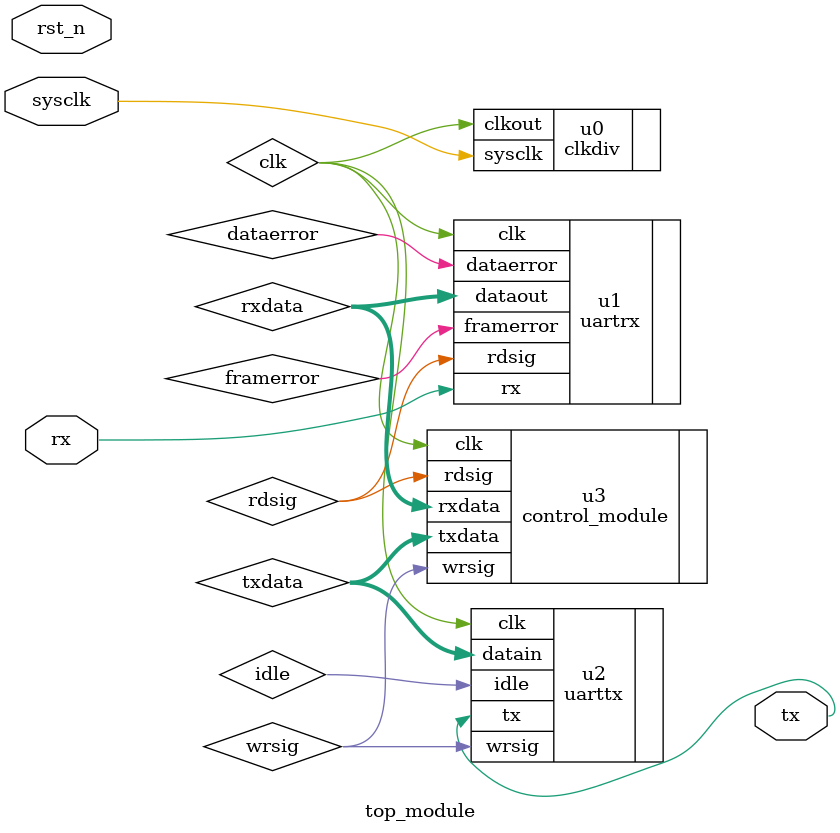
<source format=v>
`timescale 1ns / 1ps
module top_module(
    input sysclk,
    input rst_n,
    input rx,
    output tx
    );
    
    wire clk;
    
    clkdiv u0(
        .sysclk(sysclk),
        .clkout(clk)
    );
    
    wire [7:0]rxdata;
    wire rdsig;
    wire dataerror;
    wire framerror;
    
    uartrx u1(
        .clk(clk),
        .rx(rx),
        .dataout(rxdata),
        .rdsig(rdsig),
        .dataerror(dataerror),
        .framerror(framerror)
    );
    
    wire [7:0]txdata;
    wire wrsig;
    wire idle;
    
    uarttx u2(
        .clk(clk),
        .datain(txdata),
        .wrsig(wrsig),
        .idle(idle),
        .tx(tx)
    );
    
    control_module u3(
        .clk(clk),
        .rdsig(rdsig),
        .rxdata(rxdata),
        .wrsig(wrsig),
        .txdata(txdata)
    );

endmodule

</source>
